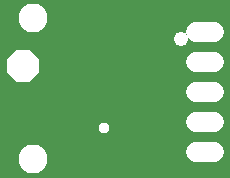
<source format=gbr>
G04 EAGLE Gerber RS-274X export*
G75*
%MOMM*%
%FSLAX34Y34*%
%LPD*%
%INSoldermask Bottom*%
%IPNEG*%
%AMOC8*
5,1,8,0,0,1.08239X$1,22.5*%
G01*
%ADD10C,2.463800*%
%ADD11C,1.727200*%
%ADD12P,2.969212X8X22.500000*%
%ADD13C,0.959600*%
%ADD14C,1.219200*%


D10*
X41275Y19050D03*
X41275Y138430D03*
D11*
X179705Y127000D02*
X194945Y127000D01*
X194945Y101600D02*
X179705Y101600D01*
X179705Y76200D02*
X194945Y76200D01*
X194945Y50800D02*
X179705Y50800D01*
X179705Y25400D02*
X194945Y25400D01*
D12*
X33020Y97790D03*
D13*
X101600Y45720D03*
D14*
X166370Y120650D03*
M02*

</source>
